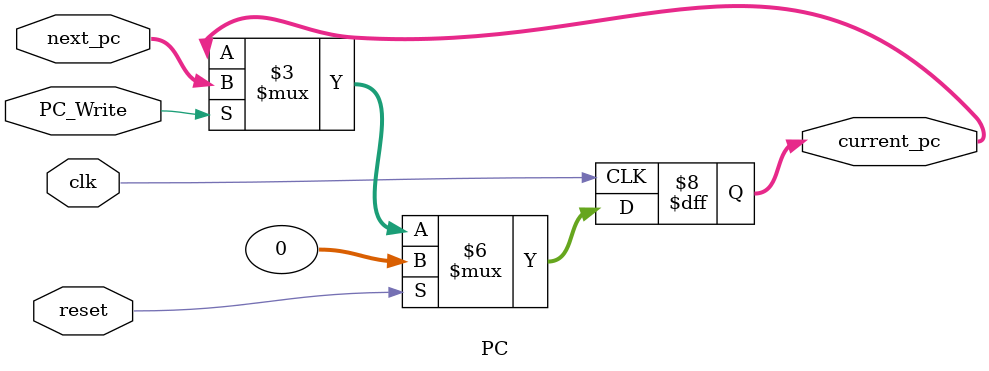
<source format=v>
module PC (input reset,
           input clk,
           input [31:0] next_pc,
           input PC_Write,
           output reg [31:0] current_pc);

always @(posedge clk) begin
    if(reset) current_pc <= 0;
    else if(PC_Write) current_pc <= next_pc;
    else current_pc <= current_pc;
end

endmodule

</source>
